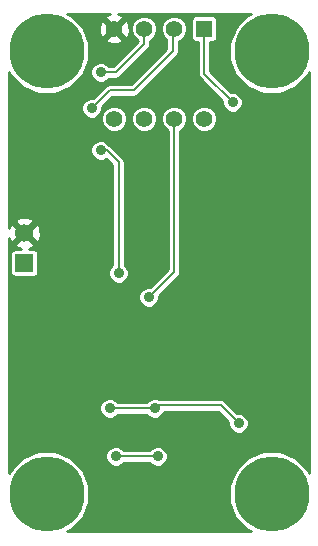
<source format=gbl>
G04 (created by PCBNEW-RS274X (2011-05-25)-stable) date Sun 26 Aug 2012 04:21:28 PM EDT*
G01*
G70*
G90*
%MOIN*%
G04 Gerber Fmt 3.4, Leading zero omitted, Abs format*
%FSLAX34Y34*%
G04 APERTURE LIST*
%ADD10C,0.006000*%
%ADD11C,0.250000*%
%ADD12R,0.055000X0.055000*%
%ADD13C,0.055000*%
%ADD14R,0.060000X0.060000*%
%ADD15C,0.060000*%
%ADD16C,0.035000*%
%ADD17C,0.008000*%
%ADD18C,0.010000*%
G04 APERTURE END LIST*
G54D10*
G54D11*
X52500Y-29500D03*
X52500Y-44250D03*
X60000Y-29500D03*
X60000Y-44250D03*
G54D12*
X57750Y-28750D03*
G54D13*
X56750Y-28750D03*
X55750Y-28750D03*
X54750Y-28750D03*
X54750Y-31750D03*
X55750Y-31750D03*
X56750Y-31750D03*
X57750Y-31750D03*
G54D14*
X51760Y-36550D03*
G54D15*
X51760Y-35550D03*
G54D16*
X54600Y-41400D03*
X56100Y-41400D03*
X58900Y-41900D03*
X55900Y-37700D03*
X54000Y-31400D03*
X54300Y-32800D03*
X54900Y-36900D03*
X58700Y-31200D03*
X54300Y-30200D03*
X56200Y-43000D03*
X54800Y-43000D03*
X53500Y-39800D03*
X52000Y-38300D03*
X60500Y-33700D03*
X52500Y-37200D03*
X55400Y-45000D03*
X56900Y-45000D03*
X57200Y-43500D03*
X57400Y-41800D03*
X60300Y-42400D03*
X52400Y-42000D03*
X57700Y-38900D03*
X56500Y-38800D03*
X60600Y-37600D03*
X54200Y-34000D03*
X55700Y-41800D03*
X56400Y-41900D03*
G54D17*
X54600Y-41400D02*
X56100Y-41400D01*
X58300Y-41300D02*
X58900Y-41900D01*
X56100Y-41400D02*
X56200Y-41300D01*
X56200Y-41300D02*
X58300Y-41300D01*
X56750Y-36850D02*
X56750Y-31750D01*
X55900Y-37700D02*
X56750Y-36850D01*
X54000Y-31400D02*
X54600Y-30800D01*
X56700Y-28800D02*
X56750Y-28750D01*
X56700Y-29500D02*
X56700Y-28800D01*
X56500Y-29700D02*
X56700Y-29500D01*
X55400Y-30800D02*
X56500Y-29700D01*
X54600Y-30800D02*
X55400Y-30800D01*
X54500Y-32800D02*
X54300Y-32800D01*
X54900Y-33200D02*
X54500Y-32800D01*
X54900Y-36900D02*
X54900Y-33200D01*
X57750Y-28750D02*
X57750Y-30250D01*
X57750Y-30250D02*
X58700Y-31200D01*
X54300Y-30200D02*
X54800Y-30200D01*
X55750Y-29250D02*
X55750Y-28750D01*
X54800Y-30200D02*
X55750Y-29250D01*
X54800Y-43000D02*
X56200Y-43000D01*
G54D10*
G36*
X61250Y-43560D02*
X61203Y-43447D01*
X60805Y-43048D01*
X60283Y-42831D01*
X59719Y-42831D01*
X59244Y-43027D01*
X59244Y-41969D01*
X59244Y-41832D01*
X59192Y-41706D01*
X59095Y-41609D01*
X59044Y-41587D01*
X59044Y-31269D01*
X59044Y-31132D01*
X58992Y-31006D01*
X58895Y-30909D01*
X58769Y-30856D01*
X58652Y-30856D01*
X57960Y-30163D01*
X57960Y-29195D01*
X58059Y-29195D01*
X58121Y-29169D01*
X58169Y-29121D01*
X58195Y-29059D01*
X58195Y-28991D01*
X58195Y-28441D01*
X58169Y-28379D01*
X58121Y-28331D01*
X58059Y-28305D01*
X57991Y-28305D01*
X57441Y-28305D01*
X57379Y-28331D01*
X57331Y-28379D01*
X57305Y-28441D01*
X57305Y-28509D01*
X57305Y-29059D01*
X57331Y-29121D01*
X57379Y-29169D01*
X57441Y-29195D01*
X57509Y-29195D01*
X57540Y-29195D01*
X57540Y-30250D01*
X57553Y-30317D01*
X57556Y-30331D01*
X57602Y-30398D01*
X58356Y-31152D01*
X58356Y-31268D01*
X58408Y-31394D01*
X58505Y-31491D01*
X58631Y-31544D01*
X58768Y-31544D01*
X58894Y-31492D01*
X58991Y-31395D01*
X59044Y-31269D01*
X59044Y-41587D01*
X58969Y-41556D01*
X58852Y-41556D01*
X58448Y-41152D01*
X58381Y-41106D01*
X58367Y-41103D01*
X58300Y-41090D01*
X58194Y-41090D01*
X58194Y-31839D01*
X58194Y-31662D01*
X58127Y-31499D01*
X58002Y-31374D01*
X57839Y-31306D01*
X57662Y-31306D01*
X57499Y-31373D01*
X57374Y-31498D01*
X57306Y-31661D01*
X57306Y-31838D01*
X57373Y-32001D01*
X57498Y-32126D01*
X57661Y-32194D01*
X57838Y-32194D01*
X58001Y-32127D01*
X58126Y-32002D01*
X58194Y-31839D01*
X58194Y-41090D01*
X57194Y-41090D01*
X57194Y-31839D01*
X57194Y-31662D01*
X57194Y-28839D01*
X57194Y-28662D01*
X57127Y-28499D01*
X57002Y-28374D01*
X56839Y-28306D01*
X56662Y-28306D01*
X56499Y-28373D01*
X56374Y-28498D01*
X56306Y-28661D01*
X56306Y-28838D01*
X56373Y-29001D01*
X56490Y-29118D01*
X56490Y-29413D01*
X56353Y-29550D01*
X56351Y-29552D01*
X56194Y-29709D01*
X56194Y-28839D01*
X56194Y-28662D01*
X56127Y-28499D01*
X56002Y-28374D01*
X55839Y-28306D01*
X55662Y-28306D01*
X55499Y-28373D01*
X55374Y-28498D01*
X55306Y-28661D01*
X55306Y-28838D01*
X55373Y-29001D01*
X55498Y-29126D01*
X55540Y-29143D01*
X55540Y-29163D01*
X55269Y-29434D01*
X55269Y-28824D01*
X55258Y-28620D01*
X55202Y-28483D01*
X55111Y-28460D01*
X54821Y-28750D01*
X55111Y-29040D01*
X55202Y-29017D01*
X55269Y-28824D01*
X55269Y-29434D01*
X55040Y-29663D01*
X55040Y-29111D01*
X54750Y-28821D01*
X54679Y-28892D01*
X54679Y-28750D01*
X54389Y-28460D01*
X54298Y-28483D01*
X54231Y-28676D01*
X54242Y-28880D01*
X54298Y-29017D01*
X54389Y-29040D01*
X54679Y-28750D01*
X54679Y-28892D01*
X54460Y-29111D01*
X54483Y-29202D01*
X54676Y-29269D01*
X54880Y-29258D01*
X55017Y-29202D01*
X55040Y-29111D01*
X55040Y-29663D01*
X54713Y-29990D01*
X54576Y-29990D01*
X54495Y-29909D01*
X54369Y-29856D01*
X54232Y-29856D01*
X54106Y-29908D01*
X54009Y-30005D01*
X53956Y-30131D01*
X53956Y-30268D01*
X54008Y-30394D01*
X54105Y-30491D01*
X54231Y-30544D01*
X54368Y-30544D01*
X54494Y-30492D01*
X54576Y-30410D01*
X54800Y-30410D01*
X54800Y-30409D01*
X54867Y-30396D01*
X54880Y-30394D01*
X54881Y-30394D01*
X54948Y-30348D01*
X55898Y-29399D01*
X55898Y-29398D01*
X55928Y-29353D01*
X55943Y-29331D01*
X55944Y-29330D01*
X55959Y-29250D01*
X55960Y-29250D01*
X55960Y-29143D01*
X56001Y-29127D01*
X56126Y-29002D01*
X56194Y-28839D01*
X56194Y-29709D01*
X55313Y-30590D01*
X54600Y-30590D01*
X54520Y-30606D01*
X54497Y-30621D01*
X54451Y-30652D01*
X54047Y-31056D01*
X53932Y-31056D01*
X53806Y-31108D01*
X53709Y-31205D01*
X53656Y-31331D01*
X53656Y-31468D01*
X53708Y-31594D01*
X53805Y-31691D01*
X53931Y-31744D01*
X54068Y-31744D01*
X54194Y-31692D01*
X54291Y-31595D01*
X54344Y-31469D01*
X54344Y-31352D01*
X54686Y-31010D01*
X55400Y-31010D01*
X55400Y-31009D01*
X55467Y-30996D01*
X55480Y-30994D01*
X55481Y-30994D01*
X55548Y-30948D01*
X56648Y-29849D01*
X56648Y-29848D01*
X56649Y-29846D01*
X56848Y-29649D01*
X56848Y-29648D01*
X56878Y-29603D01*
X56893Y-29581D01*
X56894Y-29580D01*
X56909Y-29501D01*
X56910Y-29500D01*
X56910Y-29164D01*
X57001Y-29127D01*
X57126Y-29002D01*
X57194Y-28839D01*
X57194Y-31662D01*
X57127Y-31499D01*
X57002Y-31374D01*
X56839Y-31306D01*
X56662Y-31306D01*
X56499Y-31373D01*
X56374Y-31498D01*
X56306Y-31661D01*
X56306Y-31838D01*
X56373Y-32001D01*
X56498Y-32126D01*
X56540Y-32143D01*
X56540Y-36763D01*
X56194Y-37109D01*
X56194Y-31839D01*
X56194Y-31662D01*
X56127Y-31499D01*
X56002Y-31374D01*
X55839Y-31306D01*
X55662Y-31306D01*
X55499Y-31373D01*
X55374Y-31498D01*
X55306Y-31661D01*
X55306Y-31838D01*
X55373Y-32001D01*
X55498Y-32126D01*
X55661Y-32194D01*
X55838Y-32194D01*
X56001Y-32127D01*
X56126Y-32002D01*
X56194Y-31839D01*
X56194Y-37109D01*
X55947Y-37356D01*
X55832Y-37356D01*
X55706Y-37408D01*
X55609Y-37505D01*
X55556Y-37631D01*
X55556Y-37768D01*
X55608Y-37894D01*
X55705Y-37991D01*
X55831Y-38044D01*
X55968Y-38044D01*
X56094Y-37992D01*
X56191Y-37895D01*
X56244Y-37769D01*
X56244Y-37652D01*
X56898Y-36999D01*
X56898Y-36998D01*
X56944Y-36931D01*
X56944Y-36930D01*
X56946Y-36917D01*
X56959Y-36850D01*
X56960Y-36850D01*
X56960Y-32143D01*
X57001Y-32127D01*
X57126Y-32002D01*
X57194Y-31839D01*
X57194Y-41090D01*
X56249Y-41090D01*
X56169Y-41056D01*
X56032Y-41056D01*
X55906Y-41108D01*
X55824Y-41190D01*
X55244Y-41190D01*
X55244Y-36969D01*
X55244Y-36832D01*
X55194Y-36710D01*
X55194Y-31839D01*
X55194Y-31662D01*
X55127Y-31499D01*
X55002Y-31374D01*
X54839Y-31306D01*
X54662Y-31306D01*
X54499Y-31373D01*
X54374Y-31498D01*
X54306Y-31661D01*
X54306Y-31838D01*
X54373Y-32001D01*
X54498Y-32126D01*
X54661Y-32194D01*
X54838Y-32194D01*
X55001Y-32127D01*
X55126Y-32002D01*
X55194Y-31839D01*
X55194Y-36710D01*
X55192Y-36706D01*
X55110Y-36624D01*
X55110Y-33200D01*
X55094Y-33120D01*
X55093Y-33119D01*
X55078Y-33097D01*
X55048Y-33052D01*
X55048Y-33051D01*
X54648Y-32652D01*
X54596Y-32616D01*
X54592Y-32606D01*
X54495Y-32509D01*
X54369Y-32456D01*
X54232Y-32456D01*
X54106Y-32508D01*
X54009Y-32605D01*
X53956Y-32731D01*
X53956Y-32868D01*
X54008Y-32994D01*
X54105Y-33091D01*
X54231Y-33144D01*
X54368Y-33144D01*
X54494Y-33092D01*
X54494Y-33091D01*
X54690Y-33286D01*
X54690Y-36624D01*
X54609Y-36705D01*
X54556Y-36831D01*
X54556Y-36968D01*
X54608Y-37094D01*
X54705Y-37191D01*
X54831Y-37244D01*
X54968Y-37244D01*
X55094Y-37192D01*
X55191Y-37095D01*
X55244Y-36969D01*
X55244Y-41190D01*
X54876Y-41190D01*
X54795Y-41109D01*
X54669Y-41056D01*
X54532Y-41056D01*
X54406Y-41108D01*
X54309Y-41205D01*
X54256Y-41331D01*
X54256Y-41468D01*
X54308Y-41594D01*
X54405Y-41691D01*
X54531Y-41744D01*
X54668Y-41744D01*
X54794Y-41692D01*
X54876Y-41610D01*
X55824Y-41610D01*
X55905Y-41691D01*
X56031Y-41744D01*
X56168Y-41744D01*
X56294Y-41692D01*
X56391Y-41595D01*
X56426Y-41510D01*
X58213Y-41510D01*
X58556Y-41852D01*
X58556Y-41968D01*
X58608Y-42094D01*
X58705Y-42191D01*
X58831Y-42244D01*
X58968Y-42244D01*
X59094Y-42192D01*
X59191Y-42095D01*
X59244Y-41969D01*
X59244Y-43027D01*
X59197Y-43047D01*
X58798Y-43445D01*
X58581Y-43967D01*
X58581Y-44531D01*
X58797Y-45053D01*
X59195Y-45452D01*
X59322Y-45505D01*
X56544Y-45505D01*
X56544Y-43069D01*
X56544Y-42932D01*
X56492Y-42806D01*
X56395Y-42709D01*
X56269Y-42656D01*
X56132Y-42656D01*
X56006Y-42708D01*
X55924Y-42790D01*
X55076Y-42790D01*
X54995Y-42709D01*
X54869Y-42656D01*
X54732Y-42656D01*
X54606Y-42708D01*
X54509Y-42805D01*
X54456Y-42931D01*
X54456Y-43068D01*
X54508Y-43194D01*
X54605Y-43291D01*
X54731Y-43344D01*
X54868Y-43344D01*
X54994Y-43292D01*
X55076Y-43210D01*
X55924Y-43210D01*
X56005Y-43291D01*
X56131Y-43344D01*
X56268Y-43344D01*
X56394Y-43292D01*
X56491Y-43195D01*
X56544Y-43069D01*
X56544Y-45505D01*
X53177Y-45505D01*
X53303Y-45453D01*
X53702Y-45055D01*
X53919Y-44533D01*
X53919Y-43969D01*
X53703Y-43447D01*
X53305Y-43048D01*
X52783Y-42831D01*
X52303Y-42831D01*
X52303Y-35629D01*
X52292Y-35416D01*
X52232Y-35269D01*
X52138Y-35242D01*
X52068Y-35312D01*
X52068Y-35172D01*
X52041Y-35078D01*
X51839Y-35007D01*
X51626Y-35018D01*
X51479Y-35078D01*
X51452Y-35172D01*
X51760Y-35479D01*
X52068Y-35172D01*
X52068Y-35312D01*
X51831Y-35550D01*
X52138Y-35858D01*
X52232Y-35831D01*
X52303Y-35629D01*
X52303Y-42831D01*
X52230Y-42831D01*
X52230Y-36884D01*
X52230Y-36816D01*
X52230Y-36216D01*
X52204Y-36154D01*
X52156Y-36106D01*
X52094Y-36080D01*
X52026Y-36080D01*
X51898Y-36080D01*
X52041Y-36022D01*
X52068Y-35928D01*
X51760Y-35621D01*
X51452Y-35928D01*
X51479Y-36022D01*
X51644Y-36080D01*
X51426Y-36080D01*
X51364Y-36106D01*
X51316Y-36154D01*
X51290Y-36216D01*
X51290Y-36284D01*
X51290Y-36884D01*
X51316Y-36946D01*
X51364Y-36994D01*
X51426Y-37020D01*
X51494Y-37020D01*
X52094Y-37020D01*
X52156Y-36994D01*
X52204Y-36946D01*
X52230Y-36884D01*
X52230Y-42831D01*
X52219Y-42831D01*
X51697Y-43047D01*
X51298Y-43445D01*
X51250Y-43560D01*
X51250Y-35737D01*
X51288Y-35831D01*
X51382Y-35858D01*
X51689Y-35550D01*
X51382Y-35242D01*
X51288Y-35269D01*
X51250Y-35377D01*
X51250Y-30189D01*
X51297Y-30303D01*
X51695Y-30702D01*
X52217Y-30919D01*
X52781Y-30919D01*
X53303Y-30703D01*
X53702Y-30305D01*
X53919Y-29783D01*
X53919Y-29219D01*
X53703Y-28697D01*
X53305Y-28298D01*
X53189Y-28250D01*
X54600Y-28250D01*
X54483Y-28298D01*
X54460Y-28389D01*
X54750Y-28679D01*
X55040Y-28389D01*
X55017Y-28298D01*
X54878Y-28250D01*
X59310Y-28250D01*
X59197Y-28297D01*
X58798Y-28695D01*
X58581Y-29217D01*
X58581Y-29781D01*
X58797Y-30303D01*
X59195Y-30702D01*
X59717Y-30919D01*
X60281Y-30919D01*
X60803Y-30703D01*
X61202Y-30305D01*
X61250Y-30189D01*
X61250Y-43560D01*
X61250Y-43560D01*
G37*
G54D18*
X61250Y-43560D02*
X61203Y-43447D01*
X60805Y-43048D01*
X60283Y-42831D01*
X59719Y-42831D01*
X59244Y-43027D01*
X59244Y-41969D01*
X59244Y-41832D01*
X59192Y-41706D01*
X59095Y-41609D01*
X59044Y-41587D01*
X59044Y-31269D01*
X59044Y-31132D01*
X58992Y-31006D01*
X58895Y-30909D01*
X58769Y-30856D01*
X58652Y-30856D01*
X57960Y-30163D01*
X57960Y-29195D01*
X58059Y-29195D01*
X58121Y-29169D01*
X58169Y-29121D01*
X58195Y-29059D01*
X58195Y-28991D01*
X58195Y-28441D01*
X58169Y-28379D01*
X58121Y-28331D01*
X58059Y-28305D01*
X57991Y-28305D01*
X57441Y-28305D01*
X57379Y-28331D01*
X57331Y-28379D01*
X57305Y-28441D01*
X57305Y-28509D01*
X57305Y-29059D01*
X57331Y-29121D01*
X57379Y-29169D01*
X57441Y-29195D01*
X57509Y-29195D01*
X57540Y-29195D01*
X57540Y-30250D01*
X57553Y-30317D01*
X57556Y-30331D01*
X57602Y-30398D01*
X58356Y-31152D01*
X58356Y-31268D01*
X58408Y-31394D01*
X58505Y-31491D01*
X58631Y-31544D01*
X58768Y-31544D01*
X58894Y-31492D01*
X58991Y-31395D01*
X59044Y-31269D01*
X59044Y-41587D01*
X58969Y-41556D01*
X58852Y-41556D01*
X58448Y-41152D01*
X58381Y-41106D01*
X58367Y-41103D01*
X58300Y-41090D01*
X58194Y-41090D01*
X58194Y-31839D01*
X58194Y-31662D01*
X58127Y-31499D01*
X58002Y-31374D01*
X57839Y-31306D01*
X57662Y-31306D01*
X57499Y-31373D01*
X57374Y-31498D01*
X57306Y-31661D01*
X57306Y-31838D01*
X57373Y-32001D01*
X57498Y-32126D01*
X57661Y-32194D01*
X57838Y-32194D01*
X58001Y-32127D01*
X58126Y-32002D01*
X58194Y-31839D01*
X58194Y-41090D01*
X57194Y-41090D01*
X57194Y-31839D01*
X57194Y-31662D01*
X57194Y-28839D01*
X57194Y-28662D01*
X57127Y-28499D01*
X57002Y-28374D01*
X56839Y-28306D01*
X56662Y-28306D01*
X56499Y-28373D01*
X56374Y-28498D01*
X56306Y-28661D01*
X56306Y-28838D01*
X56373Y-29001D01*
X56490Y-29118D01*
X56490Y-29413D01*
X56353Y-29550D01*
X56351Y-29552D01*
X56194Y-29709D01*
X56194Y-28839D01*
X56194Y-28662D01*
X56127Y-28499D01*
X56002Y-28374D01*
X55839Y-28306D01*
X55662Y-28306D01*
X55499Y-28373D01*
X55374Y-28498D01*
X55306Y-28661D01*
X55306Y-28838D01*
X55373Y-29001D01*
X55498Y-29126D01*
X55540Y-29143D01*
X55540Y-29163D01*
X55269Y-29434D01*
X55269Y-28824D01*
X55258Y-28620D01*
X55202Y-28483D01*
X55111Y-28460D01*
X54821Y-28750D01*
X55111Y-29040D01*
X55202Y-29017D01*
X55269Y-28824D01*
X55269Y-29434D01*
X55040Y-29663D01*
X55040Y-29111D01*
X54750Y-28821D01*
X54679Y-28892D01*
X54679Y-28750D01*
X54389Y-28460D01*
X54298Y-28483D01*
X54231Y-28676D01*
X54242Y-28880D01*
X54298Y-29017D01*
X54389Y-29040D01*
X54679Y-28750D01*
X54679Y-28892D01*
X54460Y-29111D01*
X54483Y-29202D01*
X54676Y-29269D01*
X54880Y-29258D01*
X55017Y-29202D01*
X55040Y-29111D01*
X55040Y-29663D01*
X54713Y-29990D01*
X54576Y-29990D01*
X54495Y-29909D01*
X54369Y-29856D01*
X54232Y-29856D01*
X54106Y-29908D01*
X54009Y-30005D01*
X53956Y-30131D01*
X53956Y-30268D01*
X54008Y-30394D01*
X54105Y-30491D01*
X54231Y-30544D01*
X54368Y-30544D01*
X54494Y-30492D01*
X54576Y-30410D01*
X54800Y-30410D01*
X54800Y-30409D01*
X54867Y-30396D01*
X54880Y-30394D01*
X54881Y-30394D01*
X54948Y-30348D01*
X55898Y-29399D01*
X55898Y-29398D01*
X55928Y-29353D01*
X55943Y-29331D01*
X55944Y-29330D01*
X55959Y-29250D01*
X55960Y-29250D01*
X55960Y-29143D01*
X56001Y-29127D01*
X56126Y-29002D01*
X56194Y-28839D01*
X56194Y-29709D01*
X55313Y-30590D01*
X54600Y-30590D01*
X54520Y-30606D01*
X54497Y-30621D01*
X54451Y-30652D01*
X54047Y-31056D01*
X53932Y-31056D01*
X53806Y-31108D01*
X53709Y-31205D01*
X53656Y-31331D01*
X53656Y-31468D01*
X53708Y-31594D01*
X53805Y-31691D01*
X53931Y-31744D01*
X54068Y-31744D01*
X54194Y-31692D01*
X54291Y-31595D01*
X54344Y-31469D01*
X54344Y-31352D01*
X54686Y-31010D01*
X55400Y-31010D01*
X55400Y-31009D01*
X55467Y-30996D01*
X55480Y-30994D01*
X55481Y-30994D01*
X55548Y-30948D01*
X56648Y-29849D01*
X56648Y-29848D01*
X56649Y-29846D01*
X56848Y-29649D01*
X56848Y-29648D01*
X56878Y-29603D01*
X56893Y-29581D01*
X56894Y-29580D01*
X56909Y-29501D01*
X56910Y-29500D01*
X56910Y-29164D01*
X57001Y-29127D01*
X57126Y-29002D01*
X57194Y-28839D01*
X57194Y-31662D01*
X57127Y-31499D01*
X57002Y-31374D01*
X56839Y-31306D01*
X56662Y-31306D01*
X56499Y-31373D01*
X56374Y-31498D01*
X56306Y-31661D01*
X56306Y-31838D01*
X56373Y-32001D01*
X56498Y-32126D01*
X56540Y-32143D01*
X56540Y-36763D01*
X56194Y-37109D01*
X56194Y-31839D01*
X56194Y-31662D01*
X56127Y-31499D01*
X56002Y-31374D01*
X55839Y-31306D01*
X55662Y-31306D01*
X55499Y-31373D01*
X55374Y-31498D01*
X55306Y-31661D01*
X55306Y-31838D01*
X55373Y-32001D01*
X55498Y-32126D01*
X55661Y-32194D01*
X55838Y-32194D01*
X56001Y-32127D01*
X56126Y-32002D01*
X56194Y-31839D01*
X56194Y-37109D01*
X55947Y-37356D01*
X55832Y-37356D01*
X55706Y-37408D01*
X55609Y-37505D01*
X55556Y-37631D01*
X55556Y-37768D01*
X55608Y-37894D01*
X55705Y-37991D01*
X55831Y-38044D01*
X55968Y-38044D01*
X56094Y-37992D01*
X56191Y-37895D01*
X56244Y-37769D01*
X56244Y-37652D01*
X56898Y-36999D01*
X56898Y-36998D01*
X56944Y-36931D01*
X56944Y-36930D01*
X56946Y-36917D01*
X56959Y-36850D01*
X56960Y-36850D01*
X56960Y-32143D01*
X57001Y-32127D01*
X57126Y-32002D01*
X57194Y-31839D01*
X57194Y-41090D01*
X56249Y-41090D01*
X56169Y-41056D01*
X56032Y-41056D01*
X55906Y-41108D01*
X55824Y-41190D01*
X55244Y-41190D01*
X55244Y-36969D01*
X55244Y-36832D01*
X55194Y-36710D01*
X55194Y-31839D01*
X55194Y-31662D01*
X55127Y-31499D01*
X55002Y-31374D01*
X54839Y-31306D01*
X54662Y-31306D01*
X54499Y-31373D01*
X54374Y-31498D01*
X54306Y-31661D01*
X54306Y-31838D01*
X54373Y-32001D01*
X54498Y-32126D01*
X54661Y-32194D01*
X54838Y-32194D01*
X55001Y-32127D01*
X55126Y-32002D01*
X55194Y-31839D01*
X55194Y-36710D01*
X55192Y-36706D01*
X55110Y-36624D01*
X55110Y-33200D01*
X55094Y-33120D01*
X55093Y-33119D01*
X55078Y-33097D01*
X55048Y-33052D01*
X55048Y-33051D01*
X54648Y-32652D01*
X54596Y-32616D01*
X54592Y-32606D01*
X54495Y-32509D01*
X54369Y-32456D01*
X54232Y-32456D01*
X54106Y-32508D01*
X54009Y-32605D01*
X53956Y-32731D01*
X53956Y-32868D01*
X54008Y-32994D01*
X54105Y-33091D01*
X54231Y-33144D01*
X54368Y-33144D01*
X54494Y-33092D01*
X54494Y-33091D01*
X54690Y-33286D01*
X54690Y-36624D01*
X54609Y-36705D01*
X54556Y-36831D01*
X54556Y-36968D01*
X54608Y-37094D01*
X54705Y-37191D01*
X54831Y-37244D01*
X54968Y-37244D01*
X55094Y-37192D01*
X55191Y-37095D01*
X55244Y-36969D01*
X55244Y-41190D01*
X54876Y-41190D01*
X54795Y-41109D01*
X54669Y-41056D01*
X54532Y-41056D01*
X54406Y-41108D01*
X54309Y-41205D01*
X54256Y-41331D01*
X54256Y-41468D01*
X54308Y-41594D01*
X54405Y-41691D01*
X54531Y-41744D01*
X54668Y-41744D01*
X54794Y-41692D01*
X54876Y-41610D01*
X55824Y-41610D01*
X55905Y-41691D01*
X56031Y-41744D01*
X56168Y-41744D01*
X56294Y-41692D01*
X56391Y-41595D01*
X56426Y-41510D01*
X58213Y-41510D01*
X58556Y-41852D01*
X58556Y-41968D01*
X58608Y-42094D01*
X58705Y-42191D01*
X58831Y-42244D01*
X58968Y-42244D01*
X59094Y-42192D01*
X59191Y-42095D01*
X59244Y-41969D01*
X59244Y-43027D01*
X59197Y-43047D01*
X58798Y-43445D01*
X58581Y-43967D01*
X58581Y-44531D01*
X58797Y-45053D01*
X59195Y-45452D01*
X59322Y-45505D01*
X56544Y-45505D01*
X56544Y-43069D01*
X56544Y-42932D01*
X56492Y-42806D01*
X56395Y-42709D01*
X56269Y-42656D01*
X56132Y-42656D01*
X56006Y-42708D01*
X55924Y-42790D01*
X55076Y-42790D01*
X54995Y-42709D01*
X54869Y-42656D01*
X54732Y-42656D01*
X54606Y-42708D01*
X54509Y-42805D01*
X54456Y-42931D01*
X54456Y-43068D01*
X54508Y-43194D01*
X54605Y-43291D01*
X54731Y-43344D01*
X54868Y-43344D01*
X54994Y-43292D01*
X55076Y-43210D01*
X55924Y-43210D01*
X56005Y-43291D01*
X56131Y-43344D01*
X56268Y-43344D01*
X56394Y-43292D01*
X56491Y-43195D01*
X56544Y-43069D01*
X56544Y-45505D01*
X53177Y-45505D01*
X53303Y-45453D01*
X53702Y-45055D01*
X53919Y-44533D01*
X53919Y-43969D01*
X53703Y-43447D01*
X53305Y-43048D01*
X52783Y-42831D01*
X52303Y-42831D01*
X52303Y-35629D01*
X52292Y-35416D01*
X52232Y-35269D01*
X52138Y-35242D01*
X52068Y-35312D01*
X52068Y-35172D01*
X52041Y-35078D01*
X51839Y-35007D01*
X51626Y-35018D01*
X51479Y-35078D01*
X51452Y-35172D01*
X51760Y-35479D01*
X52068Y-35172D01*
X52068Y-35312D01*
X51831Y-35550D01*
X52138Y-35858D01*
X52232Y-35831D01*
X52303Y-35629D01*
X52303Y-42831D01*
X52230Y-42831D01*
X52230Y-36884D01*
X52230Y-36816D01*
X52230Y-36216D01*
X52204Y-36154D01*
X52156Y-36106D01*
X52094Y-36080D01*
X52026Y-36080D01*
X51898Y-36080D01*
X52041Y-36022D01*
X52068Y-35928D01*
X51760Y-35621D01*
X51452Y-35928D01*
X51479Y-36022D01*
X51644Y-36080D01*
X51426Y-36080D01*
X51364Y-36106D01*
X51316Y-36154D01*
X51290Y-36216D01*
X51290Y-36284D01*
X51290Y-36884D01*
X51316Y-36946D01*
X51364Y-36994D01*
X51426Y-37020D01*
X51494Y-37020D01*
X52094Y-37020D01*
X52156Y-36994D01*
X52204Y-36946D01*
X52230Y-36884D01*
X52230Y-42831D01*
X52219Y-42831D01*
X51697Y-43047D01*
X51298Y-43445D01*
X51250Y-43560D01*
X51250Y-35737D01*
X51288Y-35831D01*
X51382Y-35858D01*
X51689Y-35550D01*
X51382Y-35242D01*
X51288Y-35269D01*
X51250Y-35377D01*
X51250Y-30189D01*
X51297Y-30303D01*
X51695Y-30702D01*
X52217Y-30919D01*
X52781Y-30919D01*
X53303Y-30703D01*
X53702Y-30305D01*
X53919Y-29783D01*
X53919Y-29219D01*
X53703Y-28697D01*
X53305Y-28298D01*
X53189Y-28250D01*
X54600Y-28250D01*
X54483Y-28298D01*
X54460Y-28389D01*
X54750Y-28679D01*
X55040Y-28389D01*
X55017Y-28298D01*
X54878Y-28250D01*
X59310Y-28250D01*
X59197Y-28297D01*
X58798Y-28695D01*
X58581Y-29217D01*
X58581Y-29781D01*
X58797Y-30303D01*
X59195Y-30702D01*
X59717Y-30919D01*
X60281Y-30919D01*
X60803Y-30703D01*
X61202Y-30305D01*
X61250Y-30189D01*
X61250Y-43560D01*
M02*

</source>
